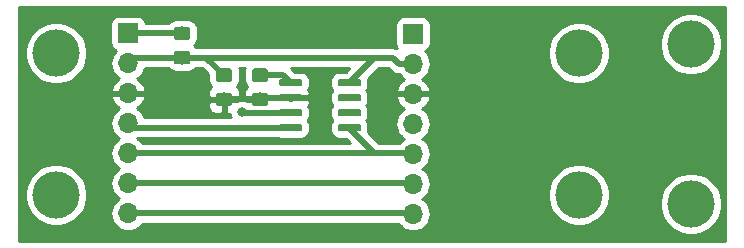
<source format=gbr>
G04 #@! TF.GenerationSoftware,KiCad,Pcbnew,(5.1.2)-2*
G04 #@! TF.CreationDate,2019-07-17T15:58:28+03:00*
G04 #@! TF.ProjectId,Sensor board,53656e73-6f72-4206-926f-6172642e6b69,rev?*
G04 #@! TF.SameCoordinates,Original*
G04 #@! TF.FileFunction,Copper,L1,Top*
G04 #@! TF.FilePolarity,Positive*
%FSLAX46Y46*%
G04 Gerber Fmt 4.6, Leading zero omitted, Abs format (unit mm)*
G04 Created by KiCad (PCBNEW (5.1.2)-2) date 2019-07-17 15:58:28*
%MOMM*%
%LPD*%
G04 APERTURE LIST*
%ADD10C,4.000000*%
%ADD11C,0.100000*%
%ADD12C,0.600000*%
%ADD13C,1.150000*%
%ADD14O,1.700000X1.700000*%
%ADD15R,1.700000X1.700000*%
%ADD16C,0.800000*%
%ADD17C,0.500000*%
%ADD18C,0.254000*%
G04 APERTURE END LIST*
D10*
X91500000Y-34500000D03*
X91500000Y-22500000D03*
D11*
G36*
X72910703Y-24719722D02*
G01*
X72925264Y-24721882D01*
X72939543Y-24725459D01*
X72953403Y-24730418D01*
X72966710Y-24736712D01*
X72979336Y-24744280D01*
X72991159Y-24753048D01*
X73002066Y-24762934D01*
X73011952Y-24773841D01*
X73020720Y-24785664D01*
X73028288Y-24798290D01*
X73034582Y-24811597D01*
X73039541Y-24825457D01*
X73043118Y-24839736D01*
X73045278Y-24854297D01*
X73046000Y-24869000D01*
X73046000Y-25169000D01*
X73045278Y-25183703D01*
X73043118Y-25198264D01*
X73039541Y-25212543D01*
X73034582Y-25226403D01*
X73028288Y-25239710D01*
X73020720Y-25252336D01*
X73011952Y-25264159D01*
X73002066Y-25275066D01*
X72991159Y-25284952D01*
X72979336Y-25293720D01*
X72966710Y-25301288D01*
X72953403Y-25307582D01*
X72939543Y-25312541D01*
X72925264Y-25316118D01*
X72910703Y-25318278D01*
X72896000Y-25319000D01*
X71246000Y-25319000D01*
X71231297Y-25318278D01*
X71216736Y-25316118D01*
X71202457Y-25312541D01*
X71188597Y-25307582D01*
X71175290Y-25301288D01*
X71162664Y-25293720D01*
X71150841Y-25284952D01*
X71139934Y-25275066D01*
X71130048Y-25264159D01*
X71121280Y-25252336D01*
X71113712Y-25239710D01*
X71107418Y-25226403D01*
X71102459Y-25212543D01*
X71098882Y-25198264D01*
X71096722Y-25183703D01*
X71096000Y-25169000D01*
X71096000Y-24869000D01*
X71096722Y-24854297D01*
X71098882Y-24839736D01*
X71102459Y-24825457D01*
X71107418Y-24811597D01*
X71113712Y-24798290D01*
X71121280Y-24785664D01*
X71130048Y-24773841D01*
X71139934Y-24762934D01*
X71150841Y-24753048D01*
X71162664Y-24744280D01*
X71175290Y-24736712D01*
X71188597Y-24730418D01*
X71202457Y-24725459D01*
X71216736Y-24721882D01*
X71231297Y-24719722D01*
X71246000Y-24719000D01*
X72896000Y-24719000D01*
X72910703Y-24719722D01*
X72910703Y-24719722D01*
G37*
D12*
X72071000Y-25019000D03*
D11*
G36*
X72910703Y-25989722D02*
G01*
X72925264Y-25991882D01*
X72939543Y-25995459D01*
X72953403Y-26000418D01*
X72966710Y-26006712D01*
X72979336Y-26014280D01*
X72991159Y-26023048D01*
X73002066Y-26032934D01*
X73011952Y-26043841D01*
X73020720Y-26055664D01*
X73028288Y-26068290D01*
X73034582Y-26081597D01*
X73039541Y-26095457D01*
X73043118Y-26109736D01*
X73045278Y-26124297D01*
X73046000Y-26139000D01*
X73046000Y-26439000D01*
X73045278Y-26453703D01*
X73043118Y-26468264D01*
X73039541Y-26482543D01*
X73034582Y-26496403D01*
X73028288Y-26509710D01*
X73020720Y-26522336D01*
X73011952Y-26534159D01*
X73002066Y-26545066D01*
X72991159Y-26554952D01*
X72979336Y-26563720D01*
X72966710Y-26571288D01*
X72953403Y-26577582D01*
X72939543Y-26582541D01*
X72925264Y-26586118D01*
X72910703Y-26588278D01*
X72896000Y-26589000D01*
X71246000Y-26589000D01*
X71231297Y-26588278D01*
X71216736Y-26586118D01*
X71202457Y-26582541D01*
X71188597Y-26577582D01*
X71175290Y-26571288D01*
X71162664Y-26563720D01*
X71150841Y-26554952D01*
X71139934Y-26545066D01*
X71130048Y-26534159D01*
X71121280Y-26522336D01*
X71113712Y-26509710D01*
X71107418Y-26496403D01*
X71102459Y-26482543D01*
X71098882Y-26468264D01*
X71096722Y-26453703D01*
X71096000Y-26439000D01*
X71096000Y-26139000D01*
X71096722Y-26124297D01*
X71098882Y-26109736D01*
X71102459Y-26095457D01*
X71107418Y-26081597D01*
X71113712Y-26068290D01*
X71121280Y-26055664D01*
X71130048Y-26043841D01*
X71139934Y-26032934D01*
X71150841Y-26023048D01*
X71162664Y-26014280D01*
X71175290Y-26006712D01*
X71188597Y-26000418D01*
X71202457Y-25995459D01*
X71216736Y-25991882D01*
X71231297Y-25989722D01*
X71246000Y-25989000D01*
X72896000Y-25989000D01*
X72910703Y-25989722D01*
X72910703Y-25989722D01*
G37*
D12*
X72071000Y-26289000D03*
D11*
G36*
X72910703Y-27259722D02*
G01*
X72925264Y-27261882D01*
X72939543Y-27265459D01*
X72953403Y-27270418D01*
X72966710Y-27276712D01*
X72979336Y-27284280D01*
X72991159Y-27293048D01*
X73002066Y-27302934D01*
X73011952Y-27313841D01*
X73020720Y-27325664D01*
X73028288Y-27338290D01*
X73034582Y-27351597D01*
X73039541Y-27365457D01*
X73043118Y-27379736D01*
X73045278Y-27394297D01*
X73046000Y-27409000D01*
X73046000Y-27709000D01*
X73045278Y-27723703D01*
X73043118Y-27738264D01*
X73039541Y-27752543D01*
X73034582Y-27766403D01*
X73028288Y-27779710D01*
X73020720Y-27792336D01*
X73011952Y-27804159D01*
X73002066Y-27815066D01*
X72991159Y-27824952D01*
X72979336Y-27833720D01*
X72966710Y-27841288D01*
X72953403Y-27847582D01*
X72939543Y-27852541D01*
X72925264Y-27856118D01*
X72910703Y-27858278D01*
X72896000Y-27859000D01*
X71246000Y-27859000D01*
X71231297Y-27858278D01*
X71216736Y-27856118D01*
X71202457Y-27852541D01*
X71188597Y-27847582D01*
X71175290Y-27841288D01*
X71162664Y-27833720D01*
X71150841Y-27824952D01*
X71139934Y-27815066D01*
X71130048Y-27804159D01*
X71121280Y-27792336D01*
X71113712Y-27779710D01*
X71107418Y-27766403D01*
X71102459Y-27752543D01*
X71098882Y-27738264D01*
X71096722Y-27723703D01*
X71096000Y-27709000D01*
X71096000Y-27409000D01*
X71096722Y-27394297D01*
X71098882Y-27379736D01*
X71102459Y-27365457D01*
X71107418Y-27351597D01*
X71113712Y-27338290D01*
X71121280Y-27325664D01*
X71130048Y-27313841D01*
X71139934Y-27302934D01*
X71150841Y-27293048D01*
X71162664Y-27284280D01*
X71175290Y-27276712D01*
X71188597Y-27270418D01*
X71202457Y-27265459D01*
X71216736Y-27261882D01*
X71231297Y-27259722D01*
X71246000Y-27259000D01*
X72896000Y-27259000D01*
X72910703Y-27259722D01*
X72910703Y-27259722D01*
G37*
D12*
X72071000Y-27559000D03*
D11*
G36*
X72910703Y-28529722D02*
G01*
X72925264Y-28531882D01*
X72939543Y-28535459D01*
X72953403Y-28540418D01*
X72966710Y-28546712D01*
X72979336Y-28554280D01*
X72991159Y-28563048D01*
X73002066Y-28572934D01*
X73011952Y-28583841D01*
X73020720Y-28595664D01*
X73028288Y-28608290D01*
X73034582Y-28621597D01*
X73039541Y-28635457D01*
X73043118Y-28649736D01*
X73045278Y-28664297D01*
X73046000Y-28679000D01*
X73046000Y-28979000D01*
X73045278Y-28993703D01*
X73043118Y-29008264D01*
X73039541Y-29022543D01*
X73034582Y-29036403D01*
X73028288Y-29049710D01*
X73020720Y-29062336D01*
X73011952Y-29074159D01*
X73002066Y-29085066D01*
X72991159Y-29094952D01*
X72979336Y-29103720D01*
X72966710Y-29111288D01*
X72953403Y-29117582D01*
X72939543Y-29122541D01*
X72925264Y-29126118D01*
X72910703Y-29128278D01*
X72896000Y-29129000D01*
X71246000Y-29129000D01*
X71231297Y-29128278D01*
X71216736Y-29126118D01*
X71202457Y-29122541D01*
X71188597Y-29117582D01*
X71175290Y-29111288D01*
X71162664Y-29103720D01*
X71150841Y-29094952D01*
X71139934Y-29085066D01*
X71130048Y-29074159D01*
X71121280Y-29062336D01*
X71113712Y-29049710D01*
X71107418Y-29036403D01*
X71102459Y-29022543D01*
X71098882Y-29008264D01*
X71096722Y-28993703D01*
X71096000Y-28979000D01*
X71096000Y-28679000D01*
X71096722Y-28664297D01*
X71098882Y-28649736D01*
X71102459Y-28635457D01*
X71107418Y-28621597D01*
X71113712Y-28608290D01*
X71121280Y-28595664D01*
X71130048Y-28583841D01*
X71139934Y-28572934D01*
X71150841Y-28563048D01*
X71162664Y-28554280D01*
X71175290Y-28546712D01*
X71188597Y-28540418D01*
X71202457Y-28535459D01*
X71216736Y-28531882D01*
X71231297Y-28529722D01*
X71246000Y-28529000D01*
X72896000Y-28529000D01*
X72910703Y-28529722D01*
X72910703Y-28529722D01*
G37*
D12*
X72071000Y-28829000D03*
D11*
G36*
X67960703Y-28529722D02*
G01*
X67975264Y-28531882D01*
X67989543Y-28535459D01*
X68003403Y-28540418D01*
X68016710Y-28546712D01*
X68029336Y-28554280D01*
X68041159Y-28563048D01*
X68052066Y-28572934D01*
X68061952Y-28583841D01*
X68070720Y-28595664D01*
X68078288Y-28608290D01*
X68084582Y-28621597D01*
X68089541Y-28635457D01*
X68093118Y-28649736D01*
X68095278Y-28664297D01*
X68096000Y-28679000D01*
X68096000Y-28979000D01*
X68095278Y-28993703D01*
X68093118Y-29008264D01*
X68089541Y-29022543D01*
X68084582Y-29036403D01*
X68078288Y-29049710D01*
X68070720Y-29062336D01*
X68061952Y-29074159D01*
X68052066Y-29085066D01*
X68041159Y-29094952D01*
X68029336Y-29103720D01*
X68016710Y-29111288D01*
X68003403Y-29117582D01*
X67989543Y-29122541D01*
X67975264Y-29126118D01*
X67960703Y-29128278D01*
X67946000Y-29129000D01*
X66296000Y-29129000D01*
X66281297Y-29128278D01*
X66266736Y-29126118D01*
X66252457Y-29122541D01*
X66238597Y-29117582D01*
X66225290Y-29111288D01*
X66212664Y-29103720D01*
X66200841Y-29094952D01*
X66189934Y-29085066D01*
X66180048Y-29074159D01*
X66171280Y-29062336D01*
X66163712Y-29049710D01*
X66157418Y-29036403D01*
X66152459Y-29022543D01*
X66148882Y-29008264D01*
X66146722Y-28993703D01*
X66146000Y-28979000D01*
X66146000Y-28679000D01*
X66146722Y-28664297D01*
X66148882Y-28649736D01*
X66152459Y-28635457D01*
X66157418Y-28621597D01*
X66163712Y-28608290D01*
X66171280Y-28595664D01*
X66180048Y-28583841D01*
X66189934Y-28572934D01*
X66200841Y-28563048D01*
X66212664Y-28554280D01*
X66225290Y-28546712D01*
X66238597Y-28540418D01*
X66252457Y-28535459D01*
X66266736Y-28531882D01*
X66281297Y-28529722D01*
X66296000Y-28529000D01*
X67946000Y-28529000D01*
X67960703Y-28529722D01*
X67960703Y-28529722D01*
G37*
D12*
X67121000Y-28829000D03*
D11*
G36*
X67960703Y-27259722D02*
G01*
X67975264Y-27261882D01*
X67989543Y-27265459D01*
X68003403Y-27270418D01*
X68016710Y-27276712D01*
X68029336Y-27284280D01*
X68041159Y-27293048D01*
X68052066Y-27302934D01*
X68061952Y-27313841D01*
X68070720Y-27325664D01*
X68078288Y-27338290D01*
X68084582Y-27351597D01*
X68089541Y-27365457D01*
X68093118Y-27379736D01*
X68095278Y-27394297D01*
X68096000Y-27409000D01*
X68096000Y-27709000D01*
X68095278Y-27723703D01*
X68093118Y-27738264D01*
X68089541Y-27752543D01*
X68084582Y-27766403D01*
X68078288Y-27779710D01*
X68070720Y-27792336D01*
X68061952Y-27804159D01*
X68052066Y-27815066D01*
X68041159Y-27824952D01*
X68029336Y-27833720D01*
X68016710Y-27841288D01*
X68003403Y-27847582D01*
X67989543Y-27852541D01*
X67975264Y-27856118D01*
X67960703Y-27858278D01*
X67946000Y-27859000D01*
X66296000Y-27859000D01*
X66281297Y-27858278D01*
X66266736Y-27856118D01*
X66252457Y-27852541D01*
X66238597Y-27847582D01*
X66225290Y-27841288D01*
X66212664Y-27833720D01*
X66200841Y-27824952D01*
X66189934Y-27815066D01*
X66180048Y-27804159D01*
X66171280Y-27792336D01*
X66163712Y-27779710D01*
X66157418Y-27766403D01*
X66152459Y-27752543D01*
X66148882Y-27738264D01*
X66146722Y-27723703D01*
X66146000Y-27709000D01*
X66146000Y-27409000D01*
X66146722Y-27394297D01*
X66148882Y-27379736D01*
X66152459Y-27365457D01*
X66157418Y-27351597D01*
X66163712Y-27338290D01*
X66171280Y-27325664D01*
X66180048Y-27313841D01*
X66189934Y-27302934D01*
X66200841Y-27293048D01*
X66212664Y-27284280D01*
X66225290Y-27276712D01*
X66238597Y-27270418D01*
X66252457Y-27265459D01*
X66266736Y-27261882D01*
X66281297Y-27259722D01*
X66296000Y-27259000D01*
X67946000Y-27259000D01*
X67960703Y-27259722D01*
X67960703Y-27259722D01*
G37*
D12*
X67121000Y-27559000D03*
D11*
G36*
X67960703Y-25989722D02*
G01*
X67975264Y-25991882D01*
X67989543Y-25995459D01*
X68003403Y-26000418D01*
X68016710Y-26006712D01*
X68029336Y-26014280D01*
X68041159Y-26023048D01*
X68052066Y-26032934D01*
X68061952Y-26043841D01*
X68070720Y-26055664D01*
X68078288Y-26068290D01*
X68084582Y-26081597D01*
X68089541Y-26095457D01*
X68093118Y-26109736D01*
X68095278Y-26124297D01*
X68096000Y-26139000D01*
X68096000Y-26439000D01*
X68095278Y-26453703D01*
X68093118Y-26468264D01*
X68089541Y-26482543D01*
X68084582Y-26496403D01*
X68078288Y-26509710D01*
X68070720Y-26522336D01*
X68061952Y-26534159D01*
X68052066Y-26545066D01*
X68041159Y-26554952D01*
X68029336Y-26563720D01*
X68016710Y-26571288D01*
X68003403Y-26577582D01*
X67989543Y-26582541D01*
X67975264Y-26586118D01*
X67960703Y-26588278D01*
X67946000Y-26589000D01*
X66296000Y-26589000D01*
X66281297Y-26588278D01*
X66266736Y-26586118D01*
X66252457Y-26582541D01*
X66238597Y-26577582D01*
X66225290Y-26571288D01*
X66212664Y-26563720D01*
X66200841Y-26554952D01*
X66189934Y-26545066D01*
X66180048Y-26534159D01*
X66171280Y-26522336D01*
X66163712Y-26509710D01*
X66157418Y-26496403D01*
X66152459Y-26482543D01*
X66148882Y-26468264D01*
X66146722Y-26453703D01*
X66146000Y-26439000D01*
X66146000Y-26139000D01*
X66146722Y-26124297D01*
X66148882Y-26109736D01*
X66152459Y-26095457D01*
X66157418Y-26081597D01*
X66163712Y-26068290D01*
X66171280Y-26055664D01*
X66180048Y-26043841D01*
X66189934Y-26032934D01*
X66200841Y-26023048D01*
X66212664Y-26014280D01*
X66225290Y-26006712D01*
X66238597Y-26000418D01*
X66252457Y-25995459D01*
X66266736Y-25991882D01*
X66281297Y-25989722D01*
X66296000Y-25989000D01*
X67946000Y-25989000D01*
X67960703Y-25989722D01*
X67960703Y-25989722D01*
G37*
D12*
X67121000Y-26289000D03*
D11*
G36*
X67960703Y-24719722D02*
G01*
X67975264Y-24721882D01*
X67989543Y-24725459D01*
X68003403Y-24730418D01*
X68016710Y-24736712D01*
X68029336Y-24744280D01*
X68041159Y-24753048D01*
X68052066Y-24762934D01*
X68061952Y-24773841D01*
X68070720Y-24785664D01*
X68078288Y-24798290D01*
X68084582Y-24811597D01*
X68089541Y-24825457D01*
X68093118Y-24839736D01*
X68095278Y-24854297D01*
X68096000Y-24869000D01*
X68096000Y-25169000D01*
X68095278Y-25183703D01*
X68093118Y-25198264D01*
X68089541Y-25212543D01*
X68084582Y-25226403D01*
X68078288Y-25239710D01*
X68070720Y-25252336D01*
X68061952Y-25264159D01*
X68052066Y-25275066D01*
X68041159Y-25284952D01*
X68029336Y-25293720D01*
X68016710Y-25301288D01*
X68003403Y-25307582D01*
X67989543Y-25312541D01*
X67975264Y-25316118D01*
X67960703Y-25318278D01*
X67946000Y-25319000D01*
X66296000Y-25319000D01*
X66281297Y-25318278D01*
X66266736Y-25316118D01*
X66252457Y-25312541D01*
X66238597Y-25307582D01*
X66225290Y-25301288D01*
X66212664Y-25293720D01*
X66200841Y-25284952D01*
X66189934Y-25275066D01*
X66180048Y-25264159D01*
X66171280Y-25252336D01*
X66163712Y-25239710D01*
X66157418Y-25226403D01*
X66152459Y-25212543D01*
X66148882Y-25198264D01*
X66146722Y-25183703D01*
X66146000Y-25169000D01*
X66146000Y-24869000D01*
X66146722Y-24854297D01*
X66148882Y-24839736D01*
X66152459Y-24825457D01*
X66157418Y-24811597D01*
X66163712Y-24798290D01*
X66171280Y-24785664D01*
X66180048Y-24773841D01*
X66189934Y-24762934D01*
X66200841Y-24753048D01*
X66212664Y-24744280D01*
X66225290Y-24736712D01*
X66238597Y-24730418D01*
X66252457Y-24725459D01*
X66266736Y-24721882D01*
X66281297Y-24719722D01*
X66296000Y-24719000D01*
X67946000Y-24719000D01*
X67960703Y-24719722D01*
X67960703Y-24719722D01*
G37*
D12*
X67121000Y-25019000D03*
D10*
X101000000Y-21750000D03*
X101000000Y-35250000D03*
X47250000Y-34500000D03*
X47250000Y-22500000D03*
D11*
G36*
X58386505Y-20254204D02*
G01*
X58410773Y-20257804D01*
X58434572Y-20263765D01*
X58457671Y-20272030D01*
X58479850Y-20282520D01*
X58500893Y-20295132D01*
X58520599Y-20309747D01*
X58538777Y-20326223D01*
X58555253Y-20344401D01*
X58569868Y-20364107D01*
X58582480Y-20385150D01*
X58592970Y-20407329D01*
X58601235Y-20430428D01*
X58607196Y-20454227D01*
X58610796Y-20478495D01*
X58612000Y-20502999D01*
X58612000Y-21153001D01*
X58610796Y-21177505D01*
X58607196Y-21201773D01*
X58601235Y-21225572D01*
X58592970Y-21248671D01*
X58582480Y-21270850D01*
X58569868Y-21291893D01*
X58555253Y-21311599D01*
X58538777Y-21329777D01*
X58520599Y-21346253D01*
X58500893Y-21360868D01*
X58479850Y-21373480D01*
X58457671Y-21383970D01*
X58434572Y-21392235D01*
X58410773Y-21398196D01*
X58386505Y-21401796D01*
X58362001Y-21403000D01*
X57461999Y-21403000D01*
X57437495Y-21401796D01*
X57413227Y-21398196D01*
X57389428Y-21392235D01*
X57366329Y-21383970D01*
X57344150Y-21373480D01*
X57323107Y-21360868D01*
X57303401Y-21346253D01*
X57285223Y-21329777D01*
X57268747Y-21311599D01*
X57254132Y-21291893D01*
X57241520Y-21270850D01*
X57231030Y-21248671D01*
X57222765Y-21225572D01*
X57216804Y-21201773D01*
X57213204Y-21177505D01*
X57212000Y-21153001D01*
X57212000Y-20502999D01*
X57213204Y-20478495D01*
X57216804Y-20454227D01*
X57222765Y-20430428D01*
X57231030Y-20407329D01*
X57241520Y-20385150D01*
X57254132Y-20364107D01*
X57268747Y-20344401D01*
X57285223Y-20326223D01*
X57303401Y-20309747D01*
X57323107Y-20295132D01*
X57344150Y-20282520D01*
X57366329Y-20272030D01*
X57389428Y-20263765D01*
X57413227Y-20257804D01*
X57437495Y-20254204D01*
X57461999Y-20253000D01*
X58362001Y-20253000D01*
X58386505Y-20254204D01*
X58386505Y-20254204D01*
G37*
D13*
X57912000Y-20828000D03*
D11*
G36*
X58386505Y-22304204D02*
G01*
X58410773Y-22307804D01*
X58434572Y-22313765D01*
X58457671Y-22322030D01*
X58479850Y-22332520D01*
X58500893Y-22345132D01*
X58520599Y-22359747D01*
X58538777Y-22376223D01*
X58555253Y-22394401D01*
X58569868Y-22414107D01*
X58582480Y-22435150D01*
X58592970Y-22457329D01*
X58601235Y-22480428D01*
X58607196Y-22504227D01*
X58610796Y-22528495D01*
X58612000Y-22552999D01*
X58612000Y-23203001D01*
X58610796Y-23227505D01*
X58607196Y-23251773D01*
X58601235Y-23275572D01*
X58592970Y-23298671D01*
X58582480Y-23320850D01*
X58569868Y-23341893D01*
X58555253Y-23361599D01*
X58538777Y-23379777D01*
X58520599Y-23396253D01*
X58500893Y-23410868D01*
X58479850Y-23423480D01*
X58457671Y-23433970D01*
X58434572Y-23442235D01*
X58410773Y-23448196D01*
X58386505Y-23451796D01*
X58362001Y-23453000D01*
X57461999Y-23453000D01*
X57437495Y-23451796D01*
X57413227Y-23448196D01*
X57389428Y-23442235D01*
X57366329Y-23433970D01*
X57344150Y-23423480D01*
X57323107Y-23410868D01*
X57303401Y-23396253D01*
X57285223Y-23379777D01*
X57268747Y-23361599D01*
X57254132Y-23341893D01*
X57241520Y-23320850D01*
X57231030Y-23298671D01*
X57222765Y-23275572D01*
X57216804Y-23251773D01*
X57213204Y-23227505D01*
X57212000Y-23203001D01*
X57212000Y-22552999D01*
X57213204Y-22528495D01*
X57216804Y-22504227D01*
X57222765Y-22480428D01*
X57231030Y-22457329D01*
X57241520Y-22435150D01*
X57254132Y-22414107D01*
X57268747Y-22394401D01*
X57285223Y-22376223D01*
X57303401Y-22359747D01*
X57323107Y-22345132D01*
X57344150Y-22332520D01*
X57366329Y-22322030D01*
X57389428Y-22313765D01*
X57413227Y-22307804D01*
X57437495Y-22304204D01*
X57461999Y-22303000D01*
X58362001Y-22303000D01*
X58386505Y-22304204D01*
X58386505Y-22304204D01*
G37*
D13*
X57912000Y-22878000D03*
D14*
X77470000Y-36115001D03*
X77470000Y-33575001D03*
X77470000Y-31035001D03*
X77470000Y-28495001D03*
X77470000Y-25955001D03*
X77470000Y-23415001D03*
D15*
X77470000Y-20875001D03*
D14*
X53340000Y-36068000D03*
X53340000Y-33528000D03*
X53340000Y-30988000D03*
X53340000Y-28448000D03*
X53340000Y-25908000D03*
X53340000Y-23368000D03*
D15*
X53340000Y-20828000D03*
D11*
G36*
X64990505Y-23801204D02*
G01*
X65014773Y-23804804D01*
X65038572Y-23810765D01*
X65061671Y-23819030D01*
X65083850Y-23829520D01*
X65104893Y-23842132D01*
X65124599Y-23856747D01*
X65142777Y-23873223D01*
X65159253Y-23891401D01*
X65173868Y-23911107D01*
X65186480Y-23932150D01*
X65196970Y-23954329D01*
X65205235Y-23977428D01*
X65211196Y-24001227D01*
X65214796Y-24025495D01*
X65216000Y-24049999D01*
X65216000Y-24700001D01*
X65214796Y-24724505D01*
X65211196Y-24748773D01*
X65205235Y-24772572D01*
X65196970Y-24795671D01*
X65186480Y-24817850D01*
X65173868Y-24838893D01*
X65159253Y-24858599D01*
X65142777Y-24876777D01*
X65124599Y-24893253D01*
X65104893Y-24907868D01*
X65083850Y-24920480D01*
X65061671Y-24930970D01*
X65038572Y-24939235D01*
X65014773Y-24945196D01*
X64990505Y-24948796D01*
X64966001Y-24950000D01*
X64065999Y-24950000D01*
X64041495Y-24948796D01*
X64017227Y-24945196D01*
X63993428Y-24939235D01*
X63970329Y-24930970D01*
X63948150Y-24920480D01*
X63927107Y-24907868D01*
X63907401Y-24893253D01*
X63889223Y-24876777D01*
X63872747Y-24858599D01*
X63858132Y-24838893D01*
X63845520Y-24817850D01*
X63835030Y-24795671D01*
X63826765Y-24772572D01*
X63820804Y-24748773D01*
X63817204Y-24724505D01*
X63816000Y-24700001D01*
X63816000Y-24049999D01*
X63817204Y-24025495D01*
X63820804Y-24001227D01*
X63826765Y-23977428D01*
X63835030Y-23954329D01*
X63845520Y-23932150D01*
X63858132Y-23911107D01*
X63872747Y-23891401D01*
X63889223Y-23873223D01*
X63907401Y-23856747D01*
X63927107Y-23842132D01*
X63948150Y-23829520D01*
X63970329Y-23819030D01*
X63993428Y-23810765D01*
X64017227Y-23804804D01*
X64041495Y-23801204D01*
X64065999Y-23800000D01*
X64966001Y-23800000D01*
X64990505Y-23801204D01*
X64990505Y-23801204D01*
G37*
D13*
X64516000Y-24375000D03*
D11*
G36*
X64990505Y-25851204D02*
G01*
X65014773Y-25854804D01*
X65038572Y-25860765D01*
X65061671Y-25869030D01*
X65083850Y-25879520D01*
X65104893Y-25892132D01*
X65124599Y-25906747D01*
X65142777Y-25923223D01*
X65159253Y-25941401D01*
X65173868Y-25961107D01*
X65186480Y-25982150D01*
X65196970Y-26004329D01*
X65205235Y-26027428D01*
X65211196Y-26051227D01*
X65214796Y-26075495D01*
X65216000Y-26099999D01*
X65216000Y-26750001D01*
X65214796Y-26774505D01*
X65211196Y-26798773D01*
X65205235Y-26822572D01*
X65196970Y-26845671D01*
X65186480Y-26867850D01*
X65173868Y-26888893D01*
X65159253Y-26908599D01*
X65142777Y-26926777D01*
X65124599Y-26943253D01*
X65104893Y-26957868D01*
X65083850Y-26970480D01*
X65061671Y-26980970D01*
X65038572Y-26989235D01*
X65014773Y-26995196D01*
X64990505Y-26998796D01*
X64966001Y-27000000D01*
X64065999Y-27000000D01*
X64041495Y-26998796D01*
X64017227Y-26995196D01*
X63993428Y-26989235D01*
X63970329Y-26980970D01*
X63948150Y-26970480D01*
X63927107Y-26957868D01*
X63907401Y-26943253D01*
X63889223Y-26926777D01*
X63872747Y-26908599D01*
X63858132Y-26888893D01*
X63845520Y-26867850D01*
X63835030Y-26845671D01*
X63826765Y-26822572D01*
X63820804Y-26798773D01*
X63817204Y-26774505D01*
X63816000Y-26750001D01*
X63816000Y-26099999D01*
X63817204Y-26075495D01*
X63820804Y-26051227D01*
X63826765Y-26027428D01*
X63835030Y-26004329D01*
X63845520Y-25982150D01*
X63858132Y-25961107D01*
X63872747Y-25941401D01*
X63889223Y-25923223D01*
X63907401Y-25906747D01*
X63927107Y-25892132D01*
X63948150Y-25879520D01*
X63970329Y-25869030D01*
X63993428Y-25860765D01*
X64017227Y-25854804D01*
X64041495Y-25851204D01*
X64065999Y-25850000D01*
X64966001Y-25850000D01*
X64990505Y-25851204D01*
X64990505Y-25851204D01*
G37*
D13*
X64516000Y-26425000D03*
D11*
G36*
X61942505Y-23801204D02*
G01*
X61966773Y-23804804D01*
X61990572Y-23810765D01*
X62013671Y-23819030D01*
X62035850Y-23829520D01*
X62056893Y-23842132D01*
X62076599Y-23856747D01*
X62094777Y-23873223D01*
X62111253Y-23891401D01*
X62125868Y-23911107D01*
X62138480Y-23932150D01*
X62148970Y-23954329D01*
X62157235Y-23977428D01*
X62163196Y-24001227D01*
X62166796Y-24025495D01*
X62168000Y-24049999D01*
X62168000Y-24700001D01*
X62166796Y-24724505D01*
X62163196Y-24748773D01*
X62157235Y-24772572D01*
X62148970Y-24795671D01*
X62138480Y-24817850D01*
X62125868Y-24838893D01*
X62111253Y-24858599D01*
X62094777Y-24876777D01*
X62076599Y-24893253D01*
X62056893Y-24907868D01*
X62035850Y-24920480D01*
X62013671Y-24930970D01*
X61990572Y-24939235D01*
X61966773Y-24945196D01*
X61942505Y-24948796D01*
X61918001Y-24950000D01*
X61017999Y-24950000D01*
X60993495Y-24948796D01*
X60969227Y-24945196D01*
X60945428Y-24939235D01*
X60922329Y-24930970D01*
X60900150Y-24920480D01*
X60879107Y-24907868D01*
X60859401Y-24893253D01*
X60841223Y-24876777D01*
X60824747Y-24858599D01*
X60810132Y-24838893D01*
X60797520Y-24817850D01*
X60787030Y-24795671D01*
X60778765Y-24772572D01*
X60772804Y-24748773D01*
X60769204Y-24724505D01*
X60768000Y-24700001D01*
X60768000Y-24049999D01*
X60769204Y-24025495D01*
X60772804Y-24001227D01*
X60778765Y-23977428D01*
X60787030Y-23954329D01*
X60797520Y-23932150D01*
X60810132Y-23911107D01*
X60824747Y-23891401D01*
X60841223Y-23873223D01*
X60859401Y-23856747D01*
X60879107Y-23842132D01*
X60900150Y-23829520D01*
X60922329Y-23819030D01*
X60945428Y-23810765D01*
X60969227Y-23804804D01*
X60993495Y-23801204D01*
X61017999Y-23800000D01*
X61918001Y-23800000D01*
X61942505Y-23801204D01*
X61942505Y-23801204D01*
G37*
D13*
X61468000Y-24375000D03*
D11*
G36*
X61942505Y-25851204D02*
G01*
X61966773Y-25854804D01*
X61990572Y-25860765D01*
X62013671Y-25869030D01*
X62035850Y-25879520D01*
X62056893Y-25892132D01*
X62076599Y-25906747D01*
X62094777Y-25923223D01*
X62111253Y-25941401D01*
X62125868Y-25961107D01*
X62138480Y-25982150D01*
X62148970Y-26004329D01*
X62157235Y-26027428D01*
X62163196Y-26051227D01*
X62166796Y-26075495D01*
X62168000Y-26099999D01*
X62168000Y-26750001D01*
X62166796Y-26774505D01*
X62163196Y-26798773D01*
X62157235Y-26822572D01*
X62148970Y-26845671D01*
X62138480Y-26867850D01*
X62125868Y-26888893D01*
X62111253Y-26908599D01*
X62094777Y-26926777D01*
X62076599Y-26943253D01*
X62056893Y-26957868D01*
X62035850Y-26970480D01*
X62013671Y-26980970D01*
X61990572Y-26989235D01*
X61966773Y-26995196D01*
X61942505Y-26998796D01*
X61918001Y-27000000D01*
X61017999Y-27000000D01*
X60993495Y-26998796D01*
X60969227Y-26995196D01*
X60945428Y-26989235D01*
X60922329Y-26980970D01*
X60900150Y-26970480D01*
X60879107Y-26957868D01*
X60859401Y-26943253D01*
X60841223Y-26926777D01*
X60824747Y-26908599D01*
X60810132Y-26888893D01*
X60797520Y-26867850D01*
X60787030Y-26845671D01*
X60778765Y-26822572D01*
X60772804Y-26798773D01*
X60769204Y-26774505D01*
X60768000Y-26750001D01*
X60768000Y-26099999D01*
X60769204Y-26075495D01*
X60772804Y-26051227D01*
X60778765Y-26027428D01*
X60787030Y-26004329D01*
X60797520Y-25982150D01*
X60810132Y-25961107D01*
X60824747Y-25941401D01*
X60841223Y-25923223D01*
X60859401Y-25906747D01*
X60879107Y-25892132D01*
X60900150Y-25879520D01*
X60922329Y-25869030D01*
X60945428Y-25860765D01*
X60969227Y-25854804D01*
X60993495Y-25851204D01*
X61017999Y-25850000D01*
X61918001Y-25850000D01*
X61942505Y-25851204D01*
X61942505Y-25851204D01*
G37*
D13*
X61468000Y-26425000D03*
D16*
X63000000Y-27500000D03*
D17*
X74186000Y-22904000D02*
X74186000Y-22878000D01*
X72071000Y-25019000D02*
X74186000Y-22904000D01*
X59971000Y-22878000D02*
X59418000Y-22878000D01*
X61468000Y-24375000D02*
X59971000Y-22878000D01*
X57912000Y-22878000D02*
X59418000Y-22878000D01*
X59418000Y-22878000D02*
X74186000Y-22878000D01*
X75756918Y-22904000D02*
X74186000Y-22904000D01*
X76267919Y-23415001D02*
X75756918Y-22904000D01*
X77470000Y-23415001D02*
X76267919Y-23415001D01*
X53830000Y-22878000D02*
X53340000Y-23368000D01*
X57912000Y-22878000D02*
X53830000Y-22878000D01*
X64652000Y-26289000D02*
X64516000Y-26425000D01*
X67121000Y-26289000D02*
X64652000Y-26289000D01*
X64516000Y-26425000D02*
X61468000Y-26425000D01*
X66477000Y-24375000D02*
X67121000Y-25019000D01*
X64516000Y-24375000D02*
X66477000Y-24375000D01*
X77422999Y-36068000D02*
X77470000Y-36115001D01*
X53340000Y-36068000D02*
X77422999Y-36068000D01*
X77422999Y-33528000D02*
X77470000Y-33575001D01*
X53340000Y-33528000D02*
X77422999Y-33528000D01*
X72071000Y-28829000D02*
X74168000Y-30926000D01*
X77422999Y-30988000D02*
X77470000Y-31035001D01*
X53340000Y-30988000D02*
X77422999Y-30988000D01*
X53721000Y-28829000D02*
X53340000Y-28448000D01*
X67121000Y-28829000D02*
X53721000Y-28829000D01*
X53340000Y-20828000D02*
X57912000Y-20828000D01*
X67121000Y-27559000D02*
X63059000Y-27559000D01*
X63059000Y-27559000D02*
X63000000Y-27500000D01*
D18*
G36*
X103873000Y-38373000D02*
G01*
X44127000Y-38373000D01*
X44127000Y-34240475D01*
X44615000Y-34240475D01*
X44615000Y-34759525D01*
X44716261Y-35268601D01*
X44914893Y-35748141D01*
X45203262Y-36179715D01*
X45570285Y-36546738D01*
X46001859Y-36835107D01*
X46481399Y-37033739D01*
X46990475Y-37135000D01*
X47509525Y-37135000D01*
X48018601Y-37033739D01*
X48498141Y-36835107D01*
X48929715Y-36546738D01*
X49296738Y-36179715D01*
X49585107Y-35748141D01*
X49783739Y-35268601D01*
X49885000Y-34759525D01*
X49885000Y-34240475D01*
X49783739Y-33731399D01*
X49585107Y-33251859D01*
X49296738Y-32820285D01*
X48929715Y-32453262D01*
X48498141Y-32164893D01*
X48018601Y-31966261D01*
X47509525Y-31865000D01*
X46990475Y-31865000D01*
X46481399Y-31966261D01*
X46001859Y-32164893D01*
X45570285Y-32453262D01*
X45203262Y-32820285D01*
X44914893Y-33251859D01*
X44716261Y-33731399D01*
X44615000Y-34240475D01*
X44127000Y-34240475D01*
X44127000Y-22240475D01*
X44615000Y-22240475D01*
X44615000Y-22759525D01*
X44716261Y-23268601D01*
X44914893Y-23748141D01*
X45203262Y-24179715D01*
X45570285Y-24546738D01*
X46001859Y-24835107D01*
X46481399Y-25033739D01*
X46990475Y-25135000D01*
X47509525Y-25135000D01*
X48018601Y-25033739D01*
X48498141Y-24835107D01*
X48929715Y-24546738D01*
X49296738Y-24179715D01*
X49585107Y-23748141D01*
X49742566Y-23368000D01*
X51847815Y-23368000D01*
X51876487Y-23659111D01*
X51961401Y-23939034D01*
X52099294Y-24197014D01*
X52284866Y-24423134D01*
X52510986Y-24608706D01*
X52575523Y-24643201D01*
X52458645Y-24712822D01*
X52242412Y-24907731D01*
X52068359Y-25141080D01*
X51943175Y-25403901D01*
X51898524Y-25551110D01*
X52019845Y-25781000D01*
X53213000Y-25781000D01*
X53213000Y-25761000D01*
X53467000Y-25761000D01*
X53467000Y-25781000D01*
X54660155Y-25781000D01*
X54781476Y-25551110D01*
X54736825Y-25403901D01*
X54611641Y-25141080D01*
X54437588Y-24907731D01*
X54221355Y-24712822D01*
X54104477Y-24643201D01*
X54169014Y-24608706D01*
X54395134Y-24423134D01*
X54580706Y-24197014D01*
X54718599Y-23939034D01*
X54771999Y-23763000D01*
X56778263Y-23763000D01*
X56834038Y-23830962D01*
X56968613Y-23941405D01*
X57122149Y-24023472D01*
X57288745Y-24074008D01*
X57461999Y-24091072D01*
X58362001Y-24091072D01*
X58535255Y-24074008D01*
X58701851Y-24023472D01*
X58855387Y-23941405D01*
X58989962Y-23830962D01*
X59045737Y-23763000D01*
X59604422Y-23763000D01*
X60129928Y-24288507D01*
X60129928Y-24700001D01*
X60146992Y-24873255D01*
X60197528Y-25039851D01*
X60279595Y-25193387D01*
X60390038Y-25327962D01*
X60396594Y-25333342D01*
X60316815Y-25398815D01*
X60237463Y-25495506D01*
X60178498Y-25605820D01*
X60142188Y-25725518D01*
X60129928Y-25850000D01*
X60133000Y-26139250D01*
X60291750Y-26298000D01*
X61341000Y-26298000D01*
X61341000Y-26278000D01*
X61595000Y-26278000D01*
X61595000Y-26298000D01*
X62644250Y-26298000D01*
X62803000Y-26139250D01*
X62806072Y-25850000D01*
X62793812Y-25725518D01*
X62757502Y-25605820D01*
X62698537Y-25495506D01*
X62619185Y-25398815D01*
X62539406Y-25333342D01*
X62545962Y-25327962D01*
X62656405Y-25193387D01*
X62738472Y-25039851D01*
X62789008Y-24873255D01*
X62806072Y-24700001D01*
X62806072Y-24049999D01*
X62789008Y-23876745D01*
X62754504Y-23763000D01*
X63229496Y-23763000D01*
X63194992Y-23876745D01*
X63177928Y-24049999D01*
X63177928Y-24700001D01*
X63194992Y-24873255D01*
X63245528Y-25039851D01*
X63327595Y-25193387D01*
X63438038Y-25327962D01*
X63444594Y-25333342D01*
X63364815Y-25398815D01*
X63285463Y-25495506D01*
X63226498Y-25605820D01*
X63190188Y-25725518D01*
X63177928Y-25850000D01*
X63181000Y-26139250D01*
X63339750Y-26298000D01*
X64389000Y-26298000D01*
X64389000Y-26278000D01*
X64643000Y-26278000D01*
X64643000Y-26298000D01*
X64663000Y-26298000D01*
X64663000Y-26552000D01*
X64643000Y-26552000D01*
X64643000Y-26572000D01*
X64389000Y-26572000D01*
X64389000Y-26552000D01*
X63415911Y-26552000D01*
X63301898Y-26504774D01*
X63101939Y-26465000D01*
X62898061Y-26465000D01*
X62698102Y-26504774D01*
X62584089Y-26552000D01*
X61595000Y-26552000D01*
X61595000Y-27476250D01*
X61753750Y-27635000D01*
X61971898Y-27636618D01*
X62004774Y-27801898D01*
X62063635Y-27944000D01*
X54738934Y-27944000D01*
X54718599Y-27876966D01*
X54580706Y-27618986D01*
X54395134Y-27392866D01*
X54169014Y-27207294D01*
X54104477Y-27172799D01*
X54221355Y-27103178D01*
X54335821Y-27000000D01*
X60129928Y-27000000D01*
X60142188Y-27124482D01*
X60178498Y-27244180D01*
X60237463Y-27354494D01*
X60316815Y-27451185D01*
X60413506Y-27530537D01*
X60523820Y-27589502D01*
X60643518Y-27625812D01*
X60768000Y-27638072D01*
X61182250Y-27635000D01*
X61341000Y-27476250D01*
X61341000Y-26552000D01*
X60291750Y-26552000D01*
X60133000Y-26710750D01*
X60129928Y-27000000D01*
X54335821Y-27000000D01*
X54437588Y-26908269D01*
X54611641Y-26674920D01*
X54736825Y-26412099D01*
X54781476Y-26264890D01*
X54660155Y-26035000D01*
X53467000Y-26035000D01*
X53467000Y-26055000D01*
X53213000Y-26055000D01*
X53213000Y-26035000D01*
X52019845Y-26035000D01*
X51898524Y-26264890D01*
X51943175Y-26412099D01*
X52068359Y-26674920D01*
X52242412Y-26908269D01*
X52458645Y-27103178D01*
X52575523Y-27172799D01*
X52510986Y-27207294D01*
X52284866Y-27392866D01*
X52099294Y-27618986D01*
X51961401Y-27876966D01*
X51876487Y-28156889D01*
X51847815Y-28448000D01*
X51876487Y-28739111D01*
X51961401Y-29019034D01*
X52099294Y-29277014D01*
X52284866Y-29503134D01*
X52510986Y-29688706D01*
X52565791Y-29718000D01*
X52510986Y-29747294D01*
X52284866Y-29932866D01*
X52099294Y-30158986D01*
X51961401Y-30416966D01*
X51876487Y-30696889D01*
X51847815Y-30988000D01*
X51876487Y-31279111D01*
X51961401Y-31559034D01*
X52099294Y-31817014D01*
X52284866Y-32043134D01*
X52510986Y-32228706D01*
X52565791Y-32258000D01*
X52510986Y-32287294D01*
X52284866Y-32472866D01*
X52099294Y-32698986D01*
X51961401Y-32956966D01*
X51876487Y-33236889D01*
X51847815Y-33528000D01*
X51876487Y-33819111D01*
X51961401Y-34099034D01*
X52099294Y-34357014D01*
X52284866Y-34583134D01*
X52510986Y-34768706D01*
X52565791Y-34798000D01*
X52510986Y-34827294D01*
X52284866Y-35012866D01*
X52099294Y-35238986D01*
X51961401Y-35496966D01*
X51876487Y-35776889D01*
X51847815Y-36068000D01*
X51876487Y-36359111D01*
X51961401Y-36639034D01*
X52099294Y-36897014D01*
X52284866Y-37123134D01*
X52510986Y-37308706D01*
X52768966Y-37446599D01*
X53048889Y-37531513D01*
X53267050Y-37553000D01*
X53412950Y-37553000D01*
X53631111Y-37531513D01*
X53911034Y-37446599D01*
X54169014Y-37308706D01*
X54395134Y-37123134D01*
X54534759Y-36953000D01*
X76236668Y-36953000D01*
X76414866Y-37170135D01*
X76640986Y-37355707D01*
X76898966Y-37493600D01*
X77178889Y-37578514D01*
X77397050Y-37600001D01*
X77542950Y-37600001D01*
X77761111Y-37578514D01*
X78041034Y-37493600D01*
X78299014Y-37355707D01*
X78525134Y-37170135D01*
X78710706Y-36944015D01*
X78848599Y-36686035D01*
X78933513Y-36406112D01*
X78962185Y-36115001D01*
X78933513Y-35823890D01*
X78848599Y-35543967D01*
X78710706Y-35285987D01*
X78525134Y-35059867D01*
X78299014Y-34874295D01*
X78244209Y-34845001D01*
X78299014Y-34815707D01*
X78525134Y-34630135D01*
X78710706Y-34404015D01*
X78798119Y-34240475D01*
X88865000Y-34240475D01*
X88865000Y-34759525D01*
X88966261Y-35268601D01*
X89164893Y-35748141D01*
X89453262Y-36179715D01*
X89820285Y-36546738D01*
X90251859Y-36835107D01*
X90731399Y-37033739D01*
X91240475Y-37135000D01*
X91759525Y-37135000D01*
X92268601Y-37033739D01*
X92748141Y-36835107D01*
X93179715Y-36546738D01*
X93546738Y-36179715D01*
X93835107Y-35748141D01*
X94033739Y-35268601D01*
X94089061Y-34990475D01*
X98365000Y-34990475D01*
X98365000Y-35509525D01*
X98466261Y-36018601D01*
X98664893Y-36498141D01*
X98953262Y-36929715D01*
X99320285Y-37296738D01*
X99751859Y-37585107D01*
X100231399Y-37783739D01*
X100740475Y-37885000D01*
X101259525Y-37885000D01*
X101768601Y-37783739D01*
X102248141Y-37585107D01*
X102679715Y-37296738D01*
X103046738Y-36929715D01*
X103335107Y-36498141D01*
X103533739Y-36018601D01*
X103635000Y-35509525D01*
X103635000Y-34990475D01*
X103533739Y-34481399D01*
X103335107Y-34001859D01*
X103046738Y-33570285D01*
X102679715Y-33203262D01*
X102248141Y-32914893D01*
X101768601Y-32716261D01*
X101259525Y-32615000D01*
X100740475Y-32615000D01*
X100231399Y-32716261D01*
X99751859Y-32914893D01*
X99320285Y-33203262D01*
X98953262Y-33570285D01*
X98664893Y-34001859D01*
X98466261Y-34481399D01*
X98365000Y-34990475D01*
X94089061Y-34990475D01*
X94135000Y-34759525D01*
X94135000Y-34240475D01*
X94033739Y-33731399D01*
X93835107Y-33251859D01*
X93546738Y-32820285D01*
X93179715Y-32453262D01*
X92748141Y-32164893D01*
X92268601Y-31966261D01*
X91759525Y-31865000D01*
X91240475Y-31865000D01*
X90731399Y-31966261D01*
X90251859Y-32164893D01*
X89820285Y-32453262D01*
X89453262Y-32820285D01*
X89164893Y-33251859D01*
X88966261Y-33731399D01*
X88865000Y-34240475D01*
X78798119Y-34240475D01*
X78848599Y-34146035D01*
X78933513Y-33866112D01*
X78962185Y-33575001D01*
X78933513Y-33283890D01*
X78848599Y-33003967D01*
X78710706Y-32745987D01*
X78525134Y-32519867D01*
X78299014Y-32334295D01*
X78244209Y-32305001D01*
X78299014Y-32275707D01*
X78525134Y-32090135D01*
X78710706Y-31864015D01*
X78848599Y-31606035D01*
X78933513Y-31326112D01*
X78962185Y-31035001D01*
X78933513Y-30743890D01*
X78848599Y-30463967D01*
X78710706Y-30205987D01*
X78525134Y-29979867D01*
X78299014Y-29794295D01*
X78244209Y-29765001D01*
X78299014Y-29735707D01*
X78525134Y-29550135D01*
X78710706Y-29324015D01*
X78848599Y-29066035D01*
X78933513Y-28786112D01*
X78962185Y-28495001D01*
X78933513Y-28203890D01*
X78848599Y-27923967D01*
X78710706Y-27665987D01*
X78525134Y-27439867D01*
X78299014Y-27254295D01*
X78234477Y-27219800D01*
X78351355Y-27150179D01*
X78567588Y-26955270D01*
X78741641Y-26721921D01*
X78866825Y-26459100D01*
X78911476Y-26311891D01*
X78790155Y-26082001D01*
X77597000Y-26082001D01*
X77597000Y-26102001D01*
X77343000Y-26102001D01*
X77343000Y-26082001D01*
X76149845Y-26082001D01*
X76028524Y-26311891D01*
X76073175Y-26459100D01*
X76198359Y-26721921D01*
X76372412Y-26955270D01*
X76588645Y-27150179D01*
X76705523Y-27219800D01*
X76640986Y-27254295D01*
X76414866Y-27439867D01*
X76229294Y-27665987D01*
X76091401Y-27923967D01*
X76006487Y-28203890D01*
X75977815Y-28495001D01*
X76006487Y-28786112D01*
X76091401Y-29066035D01*
X76229294Y-29324015D01*
X76414866Y-29550135D01*
X76640986Y-29735707D01*
X76695791Y-29765001D01*
X76640986Y-29794295D01*
X76414866Y-29979867D01*
X76313813Y-30103000D01*
X74596579Y-30103000D01*
X73659013Y-29165434D01*
X73668929Y-29132745D01*
X73684072Y-28979000D01*
X73684072Y-28679000D01*
X73668929Y-28525255D01*
X73624084Y-28377418D01*
X73551258Y-28241171D01*
X73512546Y-28194000D01*
X73551258Y-28146829D01*
X73624084Y-28010582D01*
X73668929Y-27862745D01*
X73684072Y-27709000D01*
X73684072Y-27409000D01*
X73668929Y-27255255D01*
X73624084Y-27107418D01*
X73551258Y-26971171D01*
X73512546Y-26924000D01*
X73551258Y-26876829D01*
X73624084Y-26740582D01*
X73668929Y-26592745D01*
X73684072Y-26439000D01*
X73684072Y-26139000D01*
X73668929Y-25985255D01*
X73624084Y-25837418D01*
X73551258Y-25701171D01*
X73512546Y-25654000D01*
X73551258Y-25606829D01*
X73624084Y-25470582D01*
X73668929Y-25322745D01*
X73684072Y-25169000D01*
X73684072Y-24869000D01*
X73668929Y-24715255D01*
X73659013Y-24682566D01*
X74552579Y-23789000D01*
X75390340Y-23789000D01*
X75611385Y-24010045D01*
X75639102Y-24043818D01*
X75757415Y-24140916D01*
X75773860Y-24154412D01*
X75927605Y-24236590D01*
X76083033Y-24283739D01*
X76094429Y-24287196D01*
X76224442Y-24300001D01*
X76224450Y-24300001D01*
X76267919Y-24304282D01*
X76277944Y-24303295D01*
X76414866Y-24470135D01*
X76640986Y-24655707D01*
X76705523Y-24690202D01*
X76588645Y-24759823D01*
X76372412Y-24954732D01*
X76198359Y-25188081D01*
X76073175Y-25450902D01*
X76028524Y-25598111D01*
X76149845Y-25828001D01*
X77343000Y-25828001D01*
X77343000Y-25808001D01*
X77597000Y-25808001D01*
X77597000Y-25828001D01*
X78790155Y-25828001D01*
X78911476Y-25598111D01*
X78866825Y-25450902D01*
X78741641Y-25188081D01*
X78567588Y-24954732D01*
X78351355Y-24759823D01*
X78234477Y-24690202D01*
X78299014Y-24655707D01*
X78525134Y-24470135D01*
X78710706Y-24244015D01*
X78848599Y-23986035D01*
X78933513Y-23706112D01*
X78962185Y-23415001D01*
X78933513Y-23123890D01*
X78848599Y-22843967D01*
X78710706Y-22585987D01*
X78525134Y-22359867D01*
X78495313Y-22335394D01*
X78564180Y-22314503D01*
X78674494Y-22255538D01*
X78692848Y-22240475D01*
X88865000Y-22240475D01*
X88865000Y-22759525D01*
X88966261Y-23268601D01*
X89164893Y-23748141D01*
X89453262Y-24179715D01*
X89820285Y-24546738D01*
X90251859Y-24835107D01*
X90731399Y-25033739D01*
X91240475Y-25135000D01*
X91759525Y-25135000D01*
X92268601Y-25033739D01*
X92748141Y-24835107D01*
X93179715Y-24546738D01*
X93546738Y-24179715D01*
X93835107Y-23748141D01*
X94033739Y-23268601D01*
X94135000Y-22759525D01*
X94135000Y-22240475D01*
X94033739Y-21731399D01*
X93933945Y-21490475D01*
X98365000Y-21490475D01*
X98365000Y-22009525D01*
X98466261Y-22518601D01*
X98664893Y-22998141D01*
X98953262Y-23429715D01*
X99320285Y-23796738D01*
X99751859Y-24085107D01*
X100231399Y-24283739D01*
X100740475Y-24385000D01*
X101259525Y-24385000D01*
X101768601Y-24283739D01*
X102248141Y-24085107D01*
X102679715Y-23796738D01*
X103046738Y-23429715D01*
X103335107Y-22998141D01*
X103533739Y-22518601D01*
X103635000Y-22009525D01*
X103635000Y-21490475D01*
X103533739Y-20981399D01*
X103335107Y-20501859D01*
X103046738Y-20070285D01*
X102679715Y-19703262D01*
X102248141Y-19414893D01*
X101768601Y-19216261D01*
X101259525Y-19115000D01*
X100740475Y-19115000D01*
X100231399Y-19216261D01*
X99751859Y-19414893D01*
X99320285Y-19703262D01*
X98953262Y-20070285D01*
X98664893Y-20501859D01*
X98466261Y-20981399D01*
X98365000Y-21490475D01*
X93933945Y-21490475D01*
X93835107Y-21251859D01*
X93546738Y-20820285D01*
X93179715Y-20453262D01*
X92748141Y-20164893D01*
X92268601Y-19966261D01*
X91759525Y-19865000D01*
X91240475Y-19865000D01*
X90731399Y-19966261D01*
X90251859Y-20164893D01*
X89820285Y-20453262D01*
X89453262Y-20820285D01*
X89164893Y-21251859D01*
X88966261Y-21731399D01*
X88865000Y-22240475D01*
X78692848Y-22240475D01*
X78771185Y-22176186D01*
X78850537Y-22079495D01*
X78909502Y-21969181D01*
X78945812Y-21849483D01*
X78958072Y-21725001D01*
X78958072Y-20025001D01*
X78945812Y-19900519D01*
X78909502Y-19780821D01*
X78850537Y-19670507D01*
X78771185Y-19573816D01*
X78674494Y-19494464D01*
X78564180Y-19435499D01*
X78444482Y-19399189D01*
X78320000Y-19386929D01*
X76620000Y-19386929D01*
X76495518Y-19399189D01*
X76375820Y-19435499D01*
X76265506Y-19494464D01*
X76168815Y-19573816D01*
X76089463Y-19670507D01*
X76030498Y-19780821D01*
X75994188Y-19900519D01*
X75981928Y-20025001D01*
X75981928Y-21725001D01*
X75994188Y-21849483D01*
X76030498Y-21969181D01*
X76089463Y-22079495D01*
X76090074Y-22080240D01*
X75930408Y-22031805D01*
X75800395Y-22019000D01*
X75800387Y-22019000D01*
X75756918Y-22014719D01*
X75713449Y-22019000D01*
X74402987Y-22019000D01*
X74359490Y-22005805D01*
X74229477Y-21993000D01*
X74186000Y-21988718D01*
X74142524Y-21993000D01*
X60014469Y-21993000D01*
X59971000Y-21988719D01*
X59927531Y-21993000D01*
X59045737Y-21993000D01*
X58989962Y-21925038D01*
X58902184Y-21853000D01*
X58989962Y-21780962D01*
X59100405Y-21646387D01*
X59182472Y-21492851D01*
X59233008Y-21326255D01*
X59250072Y-21153001D01*
X59250072Y-20502999D01*
X59233008Y-20329745D01*
X59182472Y-20163149D01*
X59100405Y-20009613D01*
X58989962Y-19875038D01*
X58855387Y-19764595D01*
X58701851Y-19682528D01*
X58535255Y-19631992D01*
X58362001Y-19614928D01*
X57461999Y-19614928D01*
X57288745Y-19631992D01*
X57122149Y-19682528D01*
X56968613Y-19764595D01*
X56834038Y-19875038D01*
X56778263Y-19943000D01*
X54824625Y-19943000D01*
X54815812Y-19853518D01*
X54779502Y-19733820D01*
X54720537Y-19623506D01*
X54641185Y-19526815D01*
X54544494Y-19447463D01*
X54434180Y-19388498D01*
X54314482Y-19352188D01*
X54190000Y-19339928D01*
X52490000Y-19339928D01*
X52365518Y-19352188D01*
X52245820Y-19388498D01*
X52135506Y-19447463D01*
X52038815Y-19526815D01*
X51959463Y-19623506D01*
X51900498Y-19733820D01*
X51864188Y-19853518D01*
X51851928Y-19978000D01*
X51851928Y-21678000D01*
X51864188Y-21802482D01*
X51900498Y-21922180D01*
X51959463Y-22032494D01*
X52038815Y-22129185D01*
X52135506Y-22208537D01*
X52245820Y-22267502D01*
X52314687Y-22288393D01*
X52284866Y-22312866D01*
X52099294Y-22538986D01*
X51961401Y-22796966D01*
X51876487Y-23076889D01*
X51847815Y-23368000D01*
X49742566Y-23368000D01*
X49783739Y-23268601D01*
X49885000Y-22759525D01*
X49885000Y-22240475D01*
X49783739Y-21731399D01*
X49585107Y-21251859D01*
X49296738Y-20820285D01*
X48929715Y-20453262D01*
X48498141Y-20164893D01*
X48018601Y-19966261D01*
X47509525Y-19865000D01*
X46990475Y-19865000D01*
X46481399Y-19966261D01*
X46001859Y-20164893D01*
X45570285Y-20453262D01*
X45203262Y-20820285D01*
X44914893Y-21251859D01*
X44716261Y-21731399D01*
X44615000Y-22240475D01*
X44127000Y-22240475D01*
X44127000Y-18627000D01*
X103873000Y-18627000D01*
X103873000Y-38373000D01*
X103873000Y-38373000D01*
G37*
X103873000Y-38373000D02*
X44127000Y-38373000D01*
X44127000Y-34240475D01*
X44615000Y-34240475D01*
X44615000Y-34759525D01*
X44716261Y-35268601D01*
X44914893Y-35748141D01*
X45203262Y-36179715D01*
X45570285Y-36546738D01*
X46001859Y-36835107D01*
X46481399Y-37033739D01*
X46990475Y-37135000D01*
X47509525Y-37135000D01*
X48018601Y-37033739D01*
X48498141Y-36835107D01*
X48929715Y-36546738D01*
X49296738Y-36179715D01*
X49585107Y-35748141D01*
X49783739Y-35268601D01*
X49885000Y-34759525D01*
X49885000Y-34240475D01*
X49783739Y-33731399D01*
X49585107Y-33251859D01*
X49296738Y-32820285D01*
X48929715Y-32453262D01*
X48498141Y-32164893D01*
X48018601Y-31966261D01*
X47509525Y-31865000D01*
X46990475Y-31865000D01*
X46481399Y-31966261D01*
X46001859Y-32164893D01*
X45570285Y-32453262D01*
X45203262Y-32820285D01*
X44914893Y-33251859D01*
X44716261Y-33731399D01*
X44615000Y-34240475D01*
X44127000Y-34240475D01*
X44127000Y-22240475D01*
X44615000Y-22240475D01*
X44615000Y-22759525D01*
X44716261Y-23268601D01*
X44914893Y-23748141D01*
X45203262Y-24179715D01*
X45570285Y-24546738D01*
X46001859Y-24835107D01*
X46481399Y-25033739D01*
X46990475Y-25135000D01*
X47509525Y-25135000D01*
X48018601Y-25033739D01*
X48498141Y-24835107D01*
X48929715Y-24546738D01*
X49296738Y-24179715D01*
X49585107Y-23748141D01*
X49742566Y-23368000D01*
X51847815Y-23368000D01*
X51876487Y-23659111D01*
X51961401Y-23939034D01*
X52099294Y-24197014D01*
X52284866Y-24423134D01*
X52510986Y-24608706D01*
X52575523Y-24643201D01*
X52458645Y-24712822D01*
X52242412Y-24907731D01*
X52068359Y-25141080D01*
X51943175Y-25403901D01*
X51898524Y-25551110D01*
X52019845Y-25781000D01*
X53213000Y-25781000D01*
X53213000Y-25761000D01*
X53467000Y-25761000D01*
X53467000Y-25781000D01*
X54660155Y-25781000D01*
X54781476Y-25551110D01*
X54736825Y-25403901D01*
X54611641Y-25141080D01*
X54437588Y-24907731D01*
X54221355Y-24712822D01*
X54104477Y-24643201D01*
X54169014Y-24608706D01*
X54395134Y-24423134D01*
X54580706Y-24197014D01*
X54718599Y-23939034D01*
X54771999Y-23763000D01*
X56778263Y-23763000D01*
X56834038Y-23830962D01*
X56968613Y-23941405D01*
X57122149Y-24023472D01*
X57288745Y-24074008D01*
X57461999Y-24091072D01*
X58362001Y-24091072D01*
X58535255Y-24074008D01*
X58701851Y-24023472D01*
X58855387Y-23941405D01*
X58989962Y-23830962D01*
X59045737Y-23763000D01*
X59604422Y-23763000D01*
X60129928Y-24288507D01*
X60129928Y-24700001D01*
X60146992Y-24873255D01*
X60197528Y-25039851D01*
X60279595Y-25193387D01*
X60390038Y-25327962D01*
X60396594Y-25333342D01*
X60316815Y-25398815D01*
X60237463Y-25495506D01*
X60178498Y-25605820D01*
X60142188Y-25725518D01*
X60129928Y-25850000D01*
X60133000Y-26139250D01*
X60291750Y-26298000D01*
X61341000Y-26298000D01*
X61341000Y-26278000D01*
X61595000Y-26278000D01*
X61595000Y-26298000D01*
X62644250Y-26298000D01*
X62803000Y-26139250D01*
X62806072Y-25850000D01*
X62793812Y-25725518D01*
X62757502Y-25605820D01*
X62698537Y-25495506D01*
X62619185Y-25398815D01*
X62539406Y-25333342D01*
X62545962Y-25327962D01*
X62656405Y-25193387D01*
X62738472Y-25039851D01*
X62789008Y-24873255D01*
X62806072Y-24700001D01*
X62806072Y-24049999D01*
X62789008Y-23876745D01*
X62754504Y-23763000D01*
X63229496Y-23763000D01*
X63194992Y-23876745D01*
X63177928Y-24049999D01*
X63177928Y-24700001D01*
X63194992Y-24873255D01*
X63245528Y-25039851D01*
X63327595Y-25193387D01*
X63438038Y-25327962D01*
X63444594Y-25333342D01*
X63364815Y-25398815D01*
X63285463Y-25495506D01*
X63226498Y-25605820D01*
X63190188Y-25725518D01*
X63177928Y-25850000D01*
X63181000Y-26139250D01*
X63339750Y-26298000D01*
X64389000Y-26298000D01*
X64389000Y-26278000D01*
X64643000Y-26278000D01*
X64643000Y-26298000D01*
X64663000Y-26298000D01*
X64663000Y-26552000D01*
X64643000Y-26552000D01*
X64643000Y-26572000D01*
X64389000Y-26572000D01*
X64389000Y-26552000D01*
X63415911Y-26552000D01*
X63301898Y-26504774D01*
X63101939Y-26465000D01*
X62898061Y-26465000D01*
X62698102Y-26504774D01*
X62584089Y-26552000D01*
X61595000Y-26552000D01*
X61595000Y-27476250D01*
X61753750Y-27635000D01*
X61971898Y-27636618D01*
X62004774Y-27801898D01*
X62063635Y-27944000D01*
X54738934Y-27944000D01*
X54718599Y-27876966D01*
X54580706Y-27618986D01*
X54395134Y-27392866D01*
X54169014Y-27207294D01*
X54104477Y-27172799D01*
X54221355Y-27103178D01*
X54335821Y-27000000D01*
X60129928Y-27000000D01*
X60142188Y-27124482D01*
X60178498Y-27244180D01*
X60237463Y-27354494D01*
X60316815Y-27451185D01*
X60413506Y-27530537D01*
X60523820Y-27589502D01*
X60643518Y-27625812D01*
X60768000Y-27638072D01*
X61182250Y-27635000D01*
X61341000Y-27476250D01*
X61341000Y-26552000D01*
X60291750Y-26552000D01*
X60133000Y-26710750D01*
X60129928Y-27000000D01*
X54335821Y-27000000D01*
X54437588Y-26908269D01*
X54611641Y-26674920D01*
X54736825Y-26412099D01*
X54781476Y-26264890D01*
X54660155Y-26035000D01*
X53467000Y-26035000D01*
X53467000Y-26055000D01*
X53213000Y-26055000D01*
X53213000Y-26035000D01*
X52019845Y-26035000D01*
X51898524Y-26264890D01*
X51943175Y-26412099D01*
X52068359Y-26674920D01*
X52242412Y-26908269D01*
X52458645Y-27103178D01*
X52575523Y-27172799D01*
X52510986Y-27207294D01*
X52284866Y-27392866D01*
X52099294Y-27618986D01*
X51961401Y-27876966D01*
X51876487Y-28156889D01*
X51847815Y-28448000D01*
X51876487Y-28739111D01*
X51961401Y-29019034D01*
X52099294Y-29277014D01*
X52284866Y-29503134D01*
X52510986Y-29688706D01*
X52565791Y-29718000D01*
X52510986Y-29747294D01*
X52284866Y-29932866D01*
X52099294Y-30158986D01*
X51961401Y-30416966D01*
X51876487Y-30696889D01*
X51847815Y-30988000D01*
X51876487Y-31279111D01*
X51961401Y-31559034D01*
X52099294Y-31817014D01*
X52284866Y-32043134D01*
X52510986Y-32228706D01*
X52565791Y-32258000D01*
X52510986Y-32287294D01*
X52284866Y-32472866D01*
X52099294Y-32698986D01*
X51961401Y-32956966D01*
X51876487Y-33236889D01*
X51847815Y-33528000D01*
X51876487Y-33819111D01*
X51961401Y-34099034D01*
X52099294Y-34357014D01*
X52284866Y-34583134D01*
X52510986Y-34768706D01*
X52565791Y-34798000D01*
X52510986Y-34827294D01*
X52284866Y-35012866D01*
X52099294Y-35238986D01*
X51961401Y-35496966D01*
X51876487Y-35776889D01*
X51847815Y-36068000D01*
X51876487Y-36359111D01*
X51961401Y-36639034D01*
X52099294Y-36897014D01*
X52284866Y-37123134D01*
X52510986Y-37308706D01*
X52768966Y-37446599D01*
X53048889Y-37531513D01*
X53267050Y-37553000D01*
X53412950Y-37553000D01*
X53631111Y-37531513D01*
X53911034Y-37446599D01*
X54169014Y-37308706D01*
X54395134Y-37123134D01*
X54534759Y-36953000D01*
X76236668Y-36953000D01*
X76414866Y-37170135D01*
X76640986Y-37355707D01*
X76898966Y-37493600D01*
X77178889Y-37578514D01*
X77397050Y-37600001D01*
X77542950Y-37600001D01*
X77761111Y-37578514D01*
X78041034Y-37493600D01*
X78299014Y-37355707D01*
X78525134Y-37170135D01*
X78710706Y-36944015D01*
X78848599Y-36686035D01*
X78933513Y-36406112D01*
X78962185Y-36115001D01*
X78933513Y-35823890D01*
X78848599Y-35543967D01*
X78710706Y-35285987D01*
X78525134Y-35059867D01*
X78299014Y-34874295D01*
X78244209Y-34845001D01*
X78299014Y-34815707D01*
X78525134Y-34630135D01*
X78710706Y-34404015D01*
X78798119Y-34240475D01*
X88865000Y-34240475D01*
X88865000Y-34759525D01*
X88966261Y-35268601D01*
X89164893Y-35748141D01*
X89453262Y-36179715D01*
X89820285Y-36546738D01*
X90251859Y-36835107D01*
X90731399Y-37033739D01*
X91240475Y-37135000D01*
X91759525Y-37135000D01*
X92268601Y-37033739D01*
X92748141Y-36835107D01*
X93179715Y-36546738D01*
X93546738Y-36179715D01*
X93835107Y-35748141D01*
X94033739Y-35268601D01*
X94089061Y-34990475D01*
X98365000Y-34990475D01*
X98365000Y-35509525D01*
X98466261Y-36018601D01*
X98664893Y-36498141D01*
X98953262Y-36929715D01*
X99320285Y-37296738D01*
X99751859Y-37585107D01*
X100231399Y-37783739D01*
X100740475Y-37885000D01*
X101259525Y-37885000D01*
X101768601Y-37783739D01*
X102248141Y-37585107D01*
X102679715Y-37296738D01*
X103046738Y-36929715D01*
X103335107Y-36498141D01*
X103533739Y-36018601D01*
X103635000Y-35509525D01*
X103635000Y-34990475D01*
X103533739Y-34481399D01*
X103335107Y-34001859D01*
X103046738Y-33570285D01*
X102679715Y-33203262D01*
X102248141Y-32914893D01*
X101768601Y-32716261D01*
X101259525Y-32615000D01*
X100740475Y-32615000D01*
X100231399Y-32716261D01*
X99751859Y-32914893D01*
X99320285Y-33203262D01*
X98953262Y-33570285D01*
X98664893Y-34001859D01*
X98466261Y-34481399D01*
X98365000Y-34990475D01*
X94089061Y-34990475D01*
X94135000Y-34759525D01*
X94135000Y-34240475D01*
X94033739Y-33731399D01*
X93835107Y-33251859D01*
X93546738Y-32820285D01*
X93179715Y-32453262D01*
X92748141Y-32164893D01*
X92268601Y-31966261D01*
X91759525Y-31865000D01*
X91240475Y-31865000D01*
X90731399Y-31966261D01*
X90251859Y-32164893D01*
X89820285Y-32453262D01*
X89453262Y-32820285D01*
X89164893Y-33251859D01*
X88966261Y-33731399D01*
X88865000Y-34240475D01*
X78798119Y-34240475D01*
X78848599Y-34146035D01*
X78933513Y-33866112D01*
X78962185Y-33575001D01*
X78933513Y-33283890D01*
X78848599Y-33003967D01*
X78710706Y-32745987D01*
X78525134Y-32519867D01*
X78299014Y-32334295D01*
X78244209Y-32305001D01*
X78299014Y-32275707D01*
X78525134Y-32090135D01*
X78710706Y-31864015D01*
X78848599Y-31606035D01*
X78933513Y-31326112D01*
X78962185Y-31035001D01*
X78933513Y-30743890D01*
X78848599Y-30463967D01*
X78710706Y-30205987D01*
X78525134Y-29979867D01*
X78299014Y-29794295D01*
X78244209Y-29765001D01*
X78299014Y-29735707D01*
X78525134Y-29550135D01*
X78710706Y-29324015D01*
X78848599Y-29066035D01*
X78933513Y-28786112D01*
X78962185Y-28495001D01*
X78933513Y-28203890D01*
X78848599Y-27923967D01*
X78710706Y-27665987D01*
X78525134Y-27439867D01*
X78299014Y-27254295D01*
X78234477Y-27219800D01*
X78351355Y-27150179D01*
X78567588Y-26955270D01*
X78741641Y-26721921D01*
X78866825Y-26459100D01*
X78911476Y-26311891D01*
X78790155Y-26082001D01*
X77597000Y-26082001D01*
X77597000Y-26102001D01*
X77343000Y-26102001D01*
X77343000Y-26082001D01*
X76149845Y-26082001D01*
X76028524Y-26311891D01*
X76073175Y-26459100D01*
X76198359Y-26721921D01*
X76372412Y-26955270D01*
X76588645Y-27150179D01*
X76705523Y-27219800D01*
X76640986Y-27254295D01*
X76414866Y-27439867D01*
X76229294Y-27665987D01*
X76091401Y-27923967D01*
X76006487Y-28203890D01*
X75977815Y-28495001D01*
X76006487Y-28786112D01*
X76091401Y-29066035D01*
X76229294Y-29324015D01*
X76414866Y-29550135D01*
X76640986Y-29735707D01*
X76695791Y-29765001D01*
X76640986Y-29794295D01*
X76414866Y-29979867D01*
X76313813Y-30103000D01*
X74596579Y-30103000D01*
X73659013Y-29165434D01*
X73668929Y-29132745D01*
X73684072Y-28979000D01*
X73684072Y-28679000D01*
X73668929Y-28525255D01*
X73624084Y-28377418D01*
X73551258Y-28241171D01*
X73512546Y-28194000D01*
X73551258Y-28146829D01*
X73624084Y-28010582D01*
X73668929Y-27862745D01*
X73684072Y-27709000D01*
X73684072Y-27409000D01*
X73668929Y-27255255D01*
X73624084Y-27107418D01*
X73551258Y-26971171D01*
X73512546Y-26924000D01*
X73551258Y-26876829D01*
X73624084Y-26740582D01*
X73668929Y-26592745D01*
X73684072Y-26439000D01*
X73684072Y-26139000D01*
X73668929Y-25985255D01*
X73624084Y-25837418D01*
X73551258Y-25701171D01*
X73512546Y-25654000D01*
X73551258Y-25606829D01*
X73624084Y-25470582D01*
X73668929Y-25322745D01*
X73684072Y-25169000D01*
X73684072Y-24869000D01*
X73668929Y-24715255D01*
X73659013Y-24682566D01*
X74552579Y-23789000D01*
X75390340Y-23789000D01*
X75611385Y-24010045D01*
X75639102Y-24043818D01*
X75757415Y-24140916D01*
X75773860Y-24154412D01*
X75927605Y-24236590D01*
X76083033Y-24283739D01*
X76094429Y-24287196D01*
X76224442Y-24300001D01*
X76224450Y-24300001D01*
X76267919Y-24304282D01*
X76277944Y-24303295D01*
X76414866Y-24470135D01*
X76640986Y-24655707D01*
X76705523Y-24690202D01*
X76588645Y-24759823D01*
X76372412Y-24954732D01*
X76198359Y-25188081D01*
X76073175Y-25450902D01*
X76028524Y-25598111D01*
X76149845Y-25828001D01*
X77343000Y-25828001D01*
X77343000Y-25808001D01*
X77597000Y-25808001D01*
X77597000Y-25828001D01*
X78790155Y-25828001D01*
X78911476Y-25598111D01*
X78866825Y-25450902D01*
X78741641Y-25188081D01*
X78567588Y-24954732D01*
X78351355Y-24759823D01*
X78234477Y-24690202D01*
X78299014Y-24655707D01*
X78525134Y-24470135D01*
X78710706Y-24244015D01*
X78848599Y-23986035D01*
X78933513Y-23706112D01*
X78962185Y-23415001D01*
X78933513Y-23123890D01*
X78848599Y-22843967D01*
X78710706Y-22585987D01*
X78525134Y-22359867D01*
X78495313Y-22335394D01*
X78564180Y-22314503D01*
X78674494Y-22255538D01*
X78692848Y-22240475D01*
X88865000Y-22240475D01*
X88865000Y-22759525D01*
X88966261Y-23268601D01*
X89164893Y-23748141D01*
X89453262Y-24179715D01*
X89820285Y-24546738D01*
X90251859Y-24835107D01*
X90731399Y-25033739D01*
X91240475Y-25135000D01*
X91759525Y-25135000D01*
X92268601Y-25033739D01*
X92748141Y-24835107D01*
X93179715Y-24546738D01*
X93546738Y-24179715D01*
X93835107Y-23748141D01*
X94033739Y-23268601D01*
X94135000Y-22759525D01*
X94135000Y-22240475D01*
X94033739Y-21731399D01*
X93933945Y-21490475D01*
X98365000Y-21490475D01*
X98365000Y-22009525D01*
X98466261Y-22518601D01*
X98664893Y-22998141D01*
X98953262Y-23429715D01*
X99320285Y-23796738D01*
X99751859Y-24085107D01*
X100231399Y-24283739D01*
X100740475Y-24385000D01*
X101259525Y-24385000D01*
X101768601Y-24283739D01*
X102248141Y-24085107D01*
X102679715Y-23796738D01*
X103046738Y-23429715D01*
X103335107Y-22998141D01*
X103533739Y-22518601D01*
X103635000Y-22009525D01*
X103635000Y-21490475D01*
X103533739Y-20981399D01*
X103335107Y-20501859D01*
X103046738Y-20070285D01*
X102679715Y-19703262D01*
X102248141Y-19414893D01*
X101768601Y-19216261D01*
X101259525Y-19115000D01*
X100740475Y-19115000D01*
X100231399Y-19216261D01*
X99751859Y-19414893D01*
X99320285Y-19703262D01*
X98953262Y-20070285D01*
X98664893Y-20501859D01*
X98466261Y-20981399D01*
X98365000Y-21490475D01*
X93933945Y-21490475D01*
X93835107Y-21251859D01*
X93546738Y-20820285D01*
X93179715Y-20453262D01*
X92748141Y-20164893D01*
X92268601Y-19966261D01*
X91759525Y-19865000D01*
X91240475Y-19865000D01*
X90731399Y-19966261D01*
X90251859Y-20164893D01*
X89820285Y-20453262D01*
X89453262Y-20820285D01*
X89164893Y-21251859D01*
X88966261Y-21731399D01*
X88865000Y-22240475D01*
X78692848Y-22240475D01*
X78771185Y-22176186D01*
X78850537Y-22079495D01*
X78909502Y-21969181D01*
X78945812Y-21849483D01*
X78958072Y-21725001D01*
X78958072Y-20025001D01*
X78945812Y-19900519D01*
X78909502Y-19780821D01*
X78850537Y-19670507D01*
X78771185Y-19573816D01*
X78674494Y-19494464D01*
X78564180Y-19435499D01*
X78444482Y-19399189D01*
X78320000Y-19386929D01*
X76620000Y-19386929D01*
X76495518Y-19399189D01*
X76375820Y-19435499D01*
X76265506Y-19494464D01*
X76168815Y-19573816D01*
X76089463Y-19670507D01*
X76030498Y-19780821D01*
X75994188Y-19900519D01*
X75981928Y-20025001D01*
X75981928Y-21725001D01*
X75994188Y-21849483D01*
X76030498Y-21969181D01*
X76089463Y-22079495D01*
X76090074Y-22080240D01*
X75930408Y-22031805D01*
X75800395Y-22019000D01*
X75800387Y-22019000D01*
X75756918Y-22014719D01*
X75713449Y-22019000D01*
X74402987Y-22019000D01*
X74359490Y-22005805D01*
X74229477Y-21993000D01*
X74186000Y-21988718D01*
X74142524Y-21993000D01*
X60014469Y-21993000D01*
X59971000Y-21988719D01*
X59927531Y-21993000D01*
X59045737Y-21993000D01*
X58989962Y-21925038D01*
X58902184Y-21853000D01*
X58989962Y-21780962D01*
X59100405Y-21646387D01*
X59182472Y-21492851D01*
X59233008Y-21326255D01*
X59250072Y-21153001D01*
X59250072Y-20502999D01*
X59233008Y-20329745D01*
X59182472Y-20163149D01*
X59100405Y-20009613D01*
X58989962Y-19875038D01*
X58855387Y-19764595D01*
X58701851Y-19682528D01*
X58535255Y-19631992D01*
X58362001Y-19614928D01*
X57461999Y-19614928D01*
X57288745Y-19631992D01*
X57122149Y-19682528D01*
X56968613Y-19764595D01*
X56834038Y-19875038D01*
X56778263Y-19943000D01*
X54824625Y-19943000D01*
X54815812Y-19853518D01*
X54779502Y-19733820D01*
X54720537Y-19623506D01*
X54641185Y-19526815D01*
X54544494Y-19447463D01*
X54434180Y-19388498D01*
X54314482Y-19352188D01*
X54190000Y-19339928D01*
X52490000Y-19339928D01*
X52365518Y-19352188D01*
X52245820Y-19388498D01*
X52135506Y-19447463D01*
X52038815Y-19526815D01*
X51959463Y-19623506D01*
X51900498Y-19733820D01*
X51864188Y-19853518D01*
X51851928Y-19978000D01*
X51851928Y-21678000D01*
X51864188Y-21802482D01*
X51900498Y-21922180D01*
X51959463Y-22032494D01*
X52038815Y-22129185D01*
X52135506Y-22208537D01*
X52245820Y-22267502D01*
X52314687Y-22288393D01*
X52284866Y-22312866D01*
X52099294Y-22538986D01*
X51961401Y-22796966D01*
X51876487Y-23076889D01*
X51847815Y-23368000D01*
X49742566Y-23368000D01*
X49783739Y-23268601D01*
X49885000Y-22759525D01*
X49885000Y-22240475D01*
X49783739Y-21731399D01*
X49585107Y-21251859D01*
X49296738Y-20820285D01*
X48929715Y-20453262D01*
X48498141Y-20164893D01*
X48018601Y-19966261D01*
X47509525Y-19865000D01*
X46990475Y-19865000D01*
X46481399Y-19966261D01*
X46001859Y-20164893D01*
X45570285Y-20453262D01*
X45203262Y-20820285D01*
X44914893Y-21251859D01*
X44716261Y-21731399D01*
X44615000Y-22240475D01*
X44127000Y-22240475D01*
X44127000Y-18627000D01*
X103873000Y-18627000D01*
X103873000Y-38373000D01*
G36*
X71757494Y-24080928D02*
G01*
X71246000Y-24080928D01*
X71092255Y-24096071D01*
X70944418Y-24140916D01*
X70808171Y-24213742D01*
X70688749Y-24311749D01*
X70590742Y-24431171D01*
X70517916Y-24567418D01*
X70473071Y-24715255D01*
X70457928Y-24869000D01*
X70457928Y-25169000D01*
X70473071Y-25322745D01*
X70517916Y-25470582D01*
X70590742Y-25606829D01*
X70629454Y-25654000D01*
X70590742Y-25701171D01*
X70517916Y-25837418D01*
X70473071Y-25985255D01*
X70457928Y-26139000D01*
X70457928Y-26439000D01*
X70473071Y-26592745D01*
X70517916Y-26740582D01*
X70590742Y-26876829D01*
X70629454Y-26924000D01*
X70590742Y-26971171D01*
X70517916Y-27107418D01*
X70473071Y-27255255D01*
X70457928Y-27409000D01*
X70457928Y-27709000D01*
X70473071Y-27862745D01*
X70517916Y-28010582D01*
X70590742Y-28146829D01*
X70629454Y-28194000D01*
X70590742Y-28241171D01*
X70517916Y-28377418D01*
X70473071Y-28525255D01*
X70457928Y-28679000D01*
X70457928Y-28979000D01*
X70473071Y-29132745D01*
X70517916Y-29280582D01*
X70590742Y-29416829D01*
X70688749Y-29536251D01*
X70808171Y-29634258D01*
X70944418Y-29707084D01*
X71092255Y-29751929D01*
X71246000Y-29767072D01*
X71757494Y-29767072D01*
X72093422Y-30103000D01*
X54534759Y-30103000D01*
X54395134Y-29932866D01*
X54169014Y-29747294D01*
X54114209Y-29718000D01*
X54121692Y-29714000D01*
X66017217Y-29714000D01*
X66142255Y-29751929D01*
X66296000Y-29767072D01*
X67946000Y-29767072D01*
X68099745Y-29751929D01*
X68247582Y-29707084D01*
X68383829Y-29634258D01*
X68503251Y-29536251D01*
X68601258Y-29416829D01*
X68674084Y-29280582D01*
X68718929Y-29132745D01*
X68734072Y-28979000D01*
X68734072Y-28679000D01*
X68718929Y-28525255D01*
X68674084Y-28377418D01*
X68601258Y-28241171D01*
X68562546Y-28194000D01*
X68601258Y-28146829D01*
X68674084Y-28010582D01*
X68718929Y-27862745D01*
X68734072Y-27709000D01*
X68734072Y-27409000D01*
X68718929Y-27255255D01*
X68674084Y-27107418D01*
X68602270Y-26973064D01*
X68626537Y-26943494D01*
X68685502Y-26833180D01*
X68721812Y-26713482D01*
X68734072Y-26589000D01*
X68731000Y-26574750D01*
X68572250Y-26416000D01*
X67248000Y-26416000D01*
X67248000Y-26436000D01*
X66994000Y-26436000D01*
X66994000Y-26416000D01*
X66974000Y-26416000D01*
X66974000Y-26162000D01*
X66994000Y-26162000D01*
X66994000Y-26142000D01*
X67248000Y-26142000D01*
X67248000Y-26162000D01*
X68572250Y-26162000D01*
X68731000Y-26003250D01*
X68734072Y-25989000D01*
X68721812Y-25864518D01*
X68685502Y-25744820D01*
X68626537Y-25634506D01*
X68602270Y-25604936D01*
X68674084Y-25470582D01*
X68718929Y-25322745D01*
X68734072Y-25169000D01*
X68734072Y-24869000D01*
X68718929Y-24715255D01*
X68674084Y-24567418D01*
X68601258Y-24431171D01*
X68503251Y-24311749D01*
X68383829Y-24213742D01*
X68247582Y-24140916D01*
X68099745Y-24096071D01*
X67946000Y-24080928D01*
X67434507Y-24080928D01*
X67133534Y-23779956D01*
X67119618Y-23763000D01*
X72075422Y-23763000D01*
X71757494Y-24080928D01*
X71757494Y-24080928D01*
G37*
X71757494Y-24080928D02*
X71246000Y-24080928D01*
X71092255Y-24096071D01*
X70944418Y-24140916D01*
X70808171Y-24213742D01*
X70688749Y-24311749D01*
X70590742Y-24431171D01*
X70517916Y-24567418D01*
X70473071Y-24715255D01*
X70457928Y-24869000D01*
X70457928Y-25169000D01*
X70473071Y-25322745D01*
X70517916Y-25470582D01*
X70590742Y-25606829D01*
X70629454Y-25654000D01*
X70590742Y-25701171D01*
X70517916Y-25837418D01*
X70473071Y-25985255D01*
X70457928Y-26139000D01*
X70457928Y-26439000D01*
X70473071Y-26592745D01*
X70517916Y-26740582D01*
X70590742Y-26876829D01*
X70629454Y-26924000D01*
X70590742Y-26971171D01*
X70517916Y-27107418D01*
X70473071Y-27255255D01*
X70457928Y-27409000D01*
X70457928Y-27709000D01*
X70473071Y-27862745D01*
X70517916Y-28010582D01*
X70590742Y-28146829D01*
X70629454Y-28194000D01*
X70590742Y-28241171D01*
X70517916Y-28377418D01*
X70473071Y-28525255D01*
X70457928Y-28679000D01*
X70457928Y-28979000D01*
X70473071Y-29132745D01*
X70517916Y-29280582D01*
X70590742Y-29416829D01*
X70688749Y-29536251D01*
X70808171Y-29634258D01*
X70944418Y-29707084D01*
X71092255Y-29751929D01*
X71246000Y-29767072D01*
X71757494Y-29767072D01*
X72093422Y-30103000D01*
X54534759Y-30103000D01*
X54395134Y-29932866D01*
X54169014Y-29747294D01*
X54114209Y-29718000D01*
X54121692Y-29714000D01*
X66017217Y-29714000D01*
X66142255Y-29751929D01*
X66296000Y-29767072D01*
X67946000Y-29767072D01*
X68099745Y-29751929D01*
X68247582Y-29707084D01*
X68383829Y-29634258D01*
X68503251Y-29536251D01*
X68601258Y-29416829D01*
X68674084Y-29280582D01*
X68718929Y-29132745D01*
X68734072Y-28979000D01*
X68734072Y-28679000D01*
X68718929Y-28525255D01*
X68674084Y-28377418D01*
X68601258Y-28241171D01*
X68562546Y-28194000D01*
X68601258Y-28146829D01*
X68674084Y-28010582D01*
X68718929Y-27862745D01*
X68734072Y-27709000D01*
X68734072Y-27409000D01*
X68718929Y-27255255D01*
X68674084Y-27107418D01*
X68602270Y-26973064D01*
X68626537Y-26943494D01*
X68685502Y-26833180D01*
X68721812Y-26713482D01*
X68734072Y-26589000D01*
X68731000Y-26574750D01*
X68572250Y-26416000D01*
X67248000Y-26416000D01*
X67248000Y-26436000D01*
X66994000Y-26436000D01*
X66994000Y-26416000D01*
X66974000Y-26416000D01*
X66974000Y-26162000D01*
X66994000Y-26162000D01*
X66994000Y-26142000D01*
X67248000Y-26142000D01*
X67248000Y-26162000D01*
X68572250Y-26162000D01*
X68731000Y-26003250D01*
X68734072Y-25989000D01*
X68721812Y-25864518D01*
X68685502Y-25744820D01*
X68626537Y-25634506D01*
X68602270Y-25604936D01*
X68674084Y-25470582D01*
X68718929Y-25322745D01*
X68734072Y-25169000D01*
X68734072Y-24869000D01*
X68718929Y-24715255D01*
X68674084Y-24567418D01*
X68601258Y-24431171D01*
X68503251Y-24311749D01*
X68383829Y-24213742D01*
X68247582Y-24140916D01*
X68099745Y-24096071D01*
X67946000Y-24080928D01*
X67434507Y-24080928D01*
X67133534Y-23779956D01*
X67119618Y-23763000D01*
X72075422Y-23763000D01*
X71757494Y-24080928D01*
M02*

</source>
